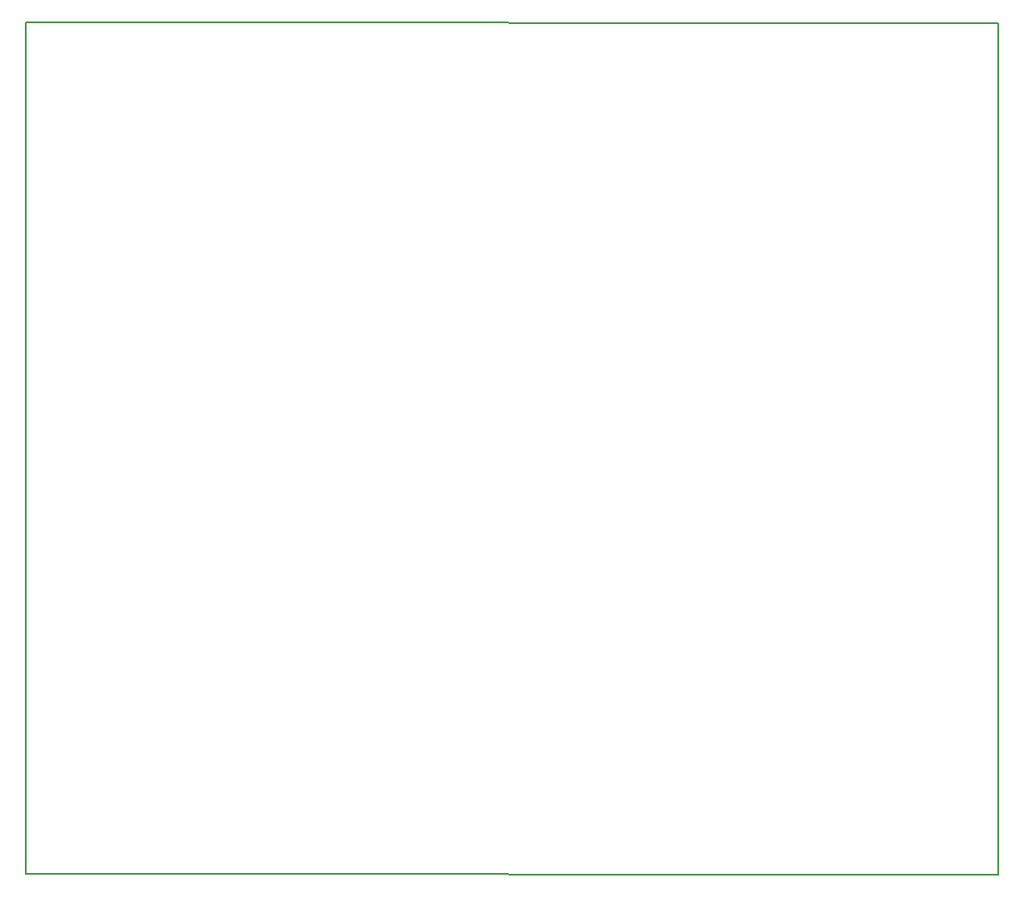
<source format=gbr>
%TF.GenerationSoftware,KiCad,Pcbnew,(6.0.0)*%
%TF.CreationDate,2022-05-01T17:17:02+01:00*%
%TF.ProjectId,CM4Carrier,434d3443-6172-4726-9965-722e6b696361,indev*%
%TF.SameCoordinates,Original*%
%TF.FileFunction,Profile,NP*%
%FSLAX46Y46*%
G04 Gerber Fmt 4.6, Leading zero omitted, Abs format (unit mm)*
G04 Created by KiCad (PCBNEW (6.0.0)) date 2022-05-01 17:17:02*
%MOMM*%
%LPD*%
G01*
G04 APERTURE LIST*
%TA.AperFunction,Profile*%
%ADD10C,0.200000*%
%TD*%
G04 APERTURE END LIST*
D10*
X203850000Y-140470000D02*
X107950000Y-140425000D01*
X203850000Y-56470000D02*
X203850000Y-140470000D01*
X107950000Y-140425000D02*
X107950000Y-56425000D01*
X107950000Y-56425000D02*
X203850000Y-56470000D01*
M02*

</source>
